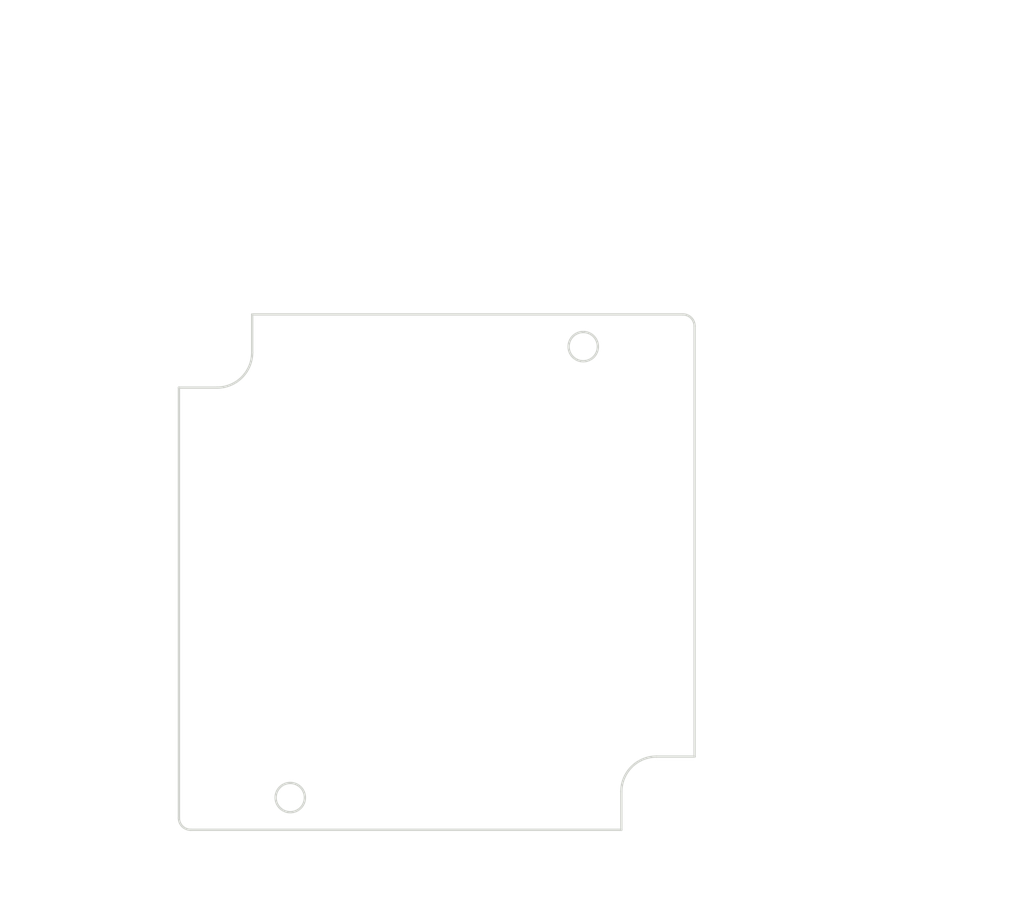
<source format=kicad_pcb>
(kicad_pcb (version 20221018) (generator pcbnew)

  (general
    (thickness 1.6)
  )

  (paper "A4")
  (layers
    (0 "F.Cu" signal)
    (31 "B.Cu" signal)
    (32 "B.Adhes" user "B.Adhesive")
    (33 "F.Adhes" user "F.Adhesive")
    (34 "B.Paste" user)
    (35 "F.Paste" user)
    (36 "B.SilkS" user "B.Silkscreen")
    (37 "F.SilkS" user "F.Silkscreen")
    (38 "B.Mask" user)
    (39 "F.Mask" user)
    (40 "Dwgs.User" user "User.Drawings")
    (41 "Cmts.User" user "User.Comments")
    (42 "Eco1.User" user "User.Eco1")
    (43 "Eco2.User" user "User.Eco2")
    (44 "Edge.Cuts" user)
    (45 "Margin" user)
    (46 "B.CrtYd" user "B.Courtyard")
    (47 "F.CrtYd" user "F.Courtyard")
    (48 "B.Fab" user)
    (49 "F.Fab" user)
  )

  (setup
    (pad_to_mask_clearance 0.051)
    (solder_mask_min_width 0.25)
    (pcbplotparams
      (layerselection 0x00010fc_ffffffff)
      (plot_on_all_layers_selection 0x0000000_00000000)
      (disableapertmacros false)
      (usegerberextensions false)
      (usegerberattributes false)
      (usegerberadvancedattributes false)
      (creategerberjobfile false)
      (dashed_line_dash_ratio 12.000000)
      (dashed_line_gap_ratio 3.000000)
      (svgprecision 4)
      (plotframeref false)
      (viasonmask false)
      (mode 1)
      (useauxorigin false)
      (hpglpennumber 1)
      (hpglpenspeed 20)
      (hpglpendiameter 15.000000)
      (dxfpolygonmode true)
      (dxfimperialunits true)
      (dxfusepcbnewfont true)
      (psnegative false)
      (psa4output false)
      (plotreference true)
      (plotvalue true)
      (plotinvisibletext false)
      (sketchpadsonfab false)
      (subtractmaskfromsilk false)
      (outputformat 1)
      (mirror false)
      (drillshape 1)
      (scaleselection 1)
      (outputdirectory "")
    )
  )

  (net 0 "")

  (gr_line (start 135.402012 123.507118) (end 135.927866 123.507118)
    (stroke (width 0.2) (type solid)) (layer "Dwgs.User") (tstamp 0f4d65e8-74de-435b-a5b2-c2c462d11d8e))
  (gr_line (start 158.402012 76.562606) (end 158.402012 67.025986)
    (stroke (width 0.2) (type solid)) (layer "Dwgs.User") (tstamp 13cf6236-4598-480d-a385-9bc14ea451a4))
  (gr_line (start 134.800396 82.197308) (end 132.800396 82.197308)
    (stroke (width 0.2) (type solid)) (layer "Dwgs.User") (tstamp 16574080-fcdd-4c60-bdcc-8068a70541f2))
  (gr_line (start 168.902012 112.562606) (end 186.579546 112.562606)
    (stroke (width 0.2) (type solid)) (layer "Dwgs.User") (tstamp 1739b121-b2cd-4640-9690-481c549f21a3))
  (gr_line (start 178.602629 85.534939) (end 176.602629 85.534939)
    (stroke (width 0.2) (type solid)) (layer "Dwgs.User") (tstamp 1da44a87-3729-4464-91cf-1c72f5e242ab))
  (gr_line (start 117.605669 122.881473) (end 119.605669 122.881473)
    (stroke (width 0.2) (type solid)) (layer "Dwgs.User") (tstamp 1dc252d1-0972-4dca-9cc5-0a8f6161e3e1))
  (gr_line (start 165.902012 58.812606) (end 153.3309 58.812606)
    (stroke (width 0.2) (type solid)) (layer "Dwgs.User") (tstamp 3364946d-a93e-41c8-aa0d-8b645f6954dd))
  (gr_line (start 132.800396 82.197308) (end 131.186572 81.015964)
    (stroke (width 0.2) (type solid)) (layer "Dwgs.User") (tstamp 3a4478fb-779a-4508-863e-6e2f93ccc057))
  (gr_line (start 156.402012 123.507118) (end 144.017088 123.507118)
    (stroke (width 0.2) (type solid)) (layer "Dwgs.User") (tstamp 409dfccd-626c-4076-af4d-fcef7246b583))
  (gr_line (start 159.402012 77.562606) (end 181.777629 77.562606)
    (stroke (width 0.2) (type solid)) (layer "Dwgs.User") (tstamp 4e676313-8b01-49e5-80b9-317437ef530d))
  (gr_line (start 132.402012 116.062606) (end 114.964471 116.062606)
    (stroke (width 0.2) (type solid)) (layer "Dwgs.User") (tstamp 51a374d4-ebaf-4c66-9dd5-d17a7f72dec9))
  (gr_line (start 165.902012 70.200986) (end 160.402012 70.200986)
    (stroke (width 0.2) (type solid)) (layer "Dwgs.User") (tstamp 55a654ed-bd9c-4ba3-9343-504d47cb0c6e))
  (gr_line (start 119.605669 122.881473) (end 122.734659 119.886872)
    (stroke (width 0.2) (type solid)) (layer "Dwgs.User") (tstamp 638e4b89-4db5-40f2-b6e6-eb8c78ff0b37))
  (gr_line (start 157.402012 77.562606) (end 114.964471 77.562606)
    (stroke (width 0.2) (type solid)) (layer "Dwgs.User") (tstamp 655df392-ab3c-47a2-8b71-596a54bc9163))
  (gr_line (start 191.998876 116.812606) (end 191.998876 96.237102)
    (stroke (width 0.2) (type solid)) (layer "Dwgs.User") (tstamp 6da4c1b3-5bd1-44e1-bf36-6d764d812153))
  (gr_line (start 162.652012 118.812606) (end 195.173876 118.812606)
    (stroke (width 0.2) (type solid)) (layer "Dwgs.User") (tstamp 71a081df-61dd-4015-a575-fe667691d8df))
  (gr_line (start 118.139471 114.062606) (end 118.139471 92.870621)
    (stroke (width 0.2) (type solid)) (layer "Dwgs.User") (tstamp 742c24eb-0047-497f-a922-9086025b19c4))
  (gr_line (start 130.152012 73.812606) (end 130.152012 55.637606)
    (stroke (width 0.2) (type solid)) (layer "Dwgs.User") (tstamp 8e6a769e-827a-457a-b34d-6870d6333cc0))
  (gr_line (start 132.152012 58.812606) (end 145.223124 58.812606)
    (stroke (width 0.2) (type solid)) (layer "Dwgs.User") (tstamp 928271fe-4403-4fda-aa95-470fed5ea608))
  (gr_line (start 167.902012 74.812606) (end 167.902012 67.025986)
    (stroke (width 0.2) (type solid)) (layer "Dwgs.User") (tstamp 93e8b774-5c18-453c-b43d-b59d81e263c0))
  (gr_line (start 158.402012 70.200986) (end 155.920786 70.200986)
    (stroke (width 0.2) (type solid)) (layer "Dwgs.User") (tstamp 955188e5-f2c8-408c-b010-0649f2f92747))
  (gr_line (start 191.998876 76.812606) (end 191.998876 89.122231)
    (stroke (width 0.2) (type solid)) (layer "Dwgs.User") (tstamp 9770d95d-af29-423c-a10d-9fb3bec856d5))
  (gr_line (start 167.902012 74.812606) (end 195.173876 74.812606)
    (stroke (width 0.2) (type solid)) (layer "Dwgs.User") (tstamp 9fb0a7fa-deda-4277-b89e-c839a5dc2500))
  (gr_line (start 133.402012 117.062606) (end 133.402012 126.682118)
    (stroke (width 0.2) (type solid)) (layer "Dwgs.User") (tstamp a6719740-fad7-462b-8545-3dfeed9ad879))
  (gr_line (start 158.402012 78.562606) (end 158.402012 126.682118)
    (stroke (width 0.2) (type solid)) (layer "Dwgs.User") (tstamp a73458d6-b155-45a2-829b-b4b5492c3980))
  (gr_line (start 167.902012 74.812606) (end 181.777629 74.812606)
    (stroke (width 0.2) (type solid)) (layer "Dwgs.User") (tstamp a98d41f1-f47b-40fe-994f-9813f6c2cbaf))
  (gr_line (start 125.902012 51.244972) (end 148.924008 51.244972)
    (stroke (width 0.2) (type solid)) (layer "Dwgs.User") (tstamp ab72fc60-b868-4431-bb0e-ef59211b94e7))
  (gr_line (start 165.902012 51.244972) (end 157.013231 51.244972)
    (stroke (width 0.2) (type solid)) (layer "Dwgs.User") (tstamp baf3416c-d2de-4233-8bf4-405036beed52))
  (gr_line (start 167.902012 74.812606) (end 167.902012 48.069972)
    (stroke (width 0.2) (type solid)) (layer "Dwgs.User") (tstamp bc19adab-3f68-40cc-ad10-a9bb8b3a2322))
  (gr_line (start 178.602629 79.562606) (end 178.602629 85.534939)
    (stroke (width 0.2) (type solid)) (layer "Dwgs.User") (tstamp bc7e495d-c691-4291-95e4-2a43603da8b7))
  (gr_line (start 123.902012 80.062606) (end 123.902012 48.069972)
    (stroke (width 0.2) (type solid)) (layer "Dwgs.User") (tstamp c09a9353-37d1-474e-956d-9659f293157f))
  (gr_line (start 167.902012 74.812606) (end 186.579546 74.812606)
    (stroke (width 0.2) (type solid)) (layer "Dwgs.User") (tstamp da4adcf6-2ad5-410c-8b63-41bc432e4dc9))
  (gr_line (start 118.139471 79.562606) (end 118.139471 85.754591)
    (stroke (width 0.2) (type solid)) (layer "Dwgs.User") (tstamp dc918ec1-37ac-40b2-8f79-5e14ba145786))
  (gr_line (start 183.404546 76.812606) (end 183.404546 82.629591)
    (stroke (width 0.2) (type solid)) (layer "Dwgs.User") (tstamp e0fbfa72-f31f-4574-a673-cd7f7a99224c))
  (gr_line (start 183.404546 110.562606) (end 183.404546 89.745621)
    (stroke (width 0.2) (type solid)) (layer "Dwgs.User") (tstamp ebadc6b0-f88f-4b3b-922e-4d06ce3e696d))
  (gr_line (start 178.602629 72.812606) (end 178.602629 70.812606)
    (stroke (width 0.2) (type solid)) (layer "Dwgs.User") (tstamp f463724a-2607-4ca5-bfa5-d30a8be564b9))
  (gr_line (start 167.902012 74.812606) (end 167.902012 55.637606)
    (stroke (width 0.2) (type solid)) (layer "Dwgs.User") (tstamp fd6a50fa-b12d-45a3-8887-03bfa622b100))
  (gr_line (start 161.652012 118.812606) (end 124.902012 118.812606)
    (stroke (width 0.2) (type solid)) (layer "Edge.Cuts") (tstamp 22d2de51-6ccf-4677-9872-31f3158862d8))
  (gr_arc (start 161.652012 115.562606) (mid 162.530692 113.441286) (end 164.652012 112.562606)
    (stroke (width 0.2) (type solid)) (layer "Edge.Cuts") (tstamp 234fe991-e42d-4a91-9c48-d09c2312b895))
  (gr_arc (start 130.152012 78.062606) (mid 129.273332 80.183926) (end 127.152012 81.062606)
    (stroke (width 0.2) (type solid)) (layer "Edge.Cuts") (tstamp 4b7214e7-13b5-48a3-a6bb-4896513eca71))
  (gr_line (start 167.902012 112.562606) (end 164.652012 112.562606)
    (stroke (width 0.2) (type solid)) (layer "Edge.Cuts") (tstamp 52bdfa1d-2b3a-41d5-b454-f182724f7011))
  (gr_line (start 123.902012 81.062606) (end 127.152012 81.062606)
    (stroke (width 0.2) (type solid)) (layer "Edge.Cuts") (tstamp 6429e910-9548-4dc9-9675-ea35950acf33))
  (gr_circle (center 158.402012 77.562606) (end 159.652012 77.562606)
    (stroke (width 0.2) (type solid)) (fill none) (layer "Edge.Cuts") (tstamp 7416f396-df7f-4014-a5ce-e49871489c7a))
  (gr_line (start 130.152012 78.062606) (end 130.152012 74.812606)
    (stroke (width 0.2) (type solid)) (layer "Edge.Cuts") (tstamp 7ab91421-7237-4b5e-ad9d-0d870ca74679))
  (gr_line (start 161.652012 115.562606) (end 161.652012 118.812606)
    (stroke (width 0.2) (type solid)) (layer "Edge.Cuts") (tstamp a0b068da-d34e-49fc-81fa-c0690c21083c))
  (gr_arc (start 166.902012 74.812606) (mid 167.609119 75.105499) (end 167.902012 75.812606)
    (stroke (width 0.2) (type solid)) (layer "Edge.Cuts") (tstamp bf55587e-ae75-4801-bc10-283ff972c53a))
  (gr_line (start 167.902012 75.812606) (end 167.902012 112.562606)
    (stroke (width 0.2) (type solid)) (layer "Edge.Cuts") (tstamp f0d7fbb7-3435-46bf-b775-53e6521bc376))
  (gr_arc (start 124.902012 118.812606) (mid 124.194905 118.519713) (end 123.902012 117.812606)
    (stroke (width 0.2) (type solid)) (layer "Edge.Cuts") (tstamp f23514c4-7cfa-4397-b49e-1898d7eeaf51))
  (gr_circle (center 133.402012 116.062606) (end 134.652012 116.062606)
    (stroke (width 0.2) (type solid)) (fill none) (layer "Edge.Cuts") (tstamp f3a70e61-c8db-4a92-a188-61e06bec9928))
  (gr_line (start 130.152012 74.812606) (end 166.902012 74.812606)
    (stroke (width 0.2) (type solid)) (layer "Edge.Cuts") (tstamp f6a52f1f-a866-407e-8786-8cd2ad3dc5ea))
  (gr_line (start 123.902012 117.812606) (end 123.902012 81.062606)
    (stroke (width 0.2) (type solid)) (layer "Edge.Cuts") (tstamp f8960075-ecfb-4593-86ef-4eacf2d8a5cc))
  (gr_text "[R0.12]" (at 139.271167 84.086769) (layer "Dwgs.User") (tstamp 0d92f32a-7632-45f0-9557-b04c122ca7e1)
    (effects (font (size 1.7 1.53) (thickness 0.2125)))
  )
  (gr_text " 37.75" (at 183.404546 84.519052) (layer "Dwgs.User") (tstamp 120c9e8d-15bc-434f-98a9-3c11737a2e93)
    (effects (font (size 1.7 1.53) (thickness 0.2125)))
  )
  (gr_text "[.98]" (at 139.972477 125.396579) (layer "Dwgs.User") (tstamp 17598051-97ee-4a26-99d8-708910d462f4)
    (effects (font (size 1.7 1.53) (thickness 0.2125)))
  )
  (gr_text "[R0.04]" (at 113.134898 124.770934) (layer "Dwgs.User") (tstamp 19a8c09a-a756-4010-bf39-a74299f15b0a)
    (effects (font (size 1.7 1.53) (thickness 0.2125)))
  )
  (gr_text " 37.75" (at 149.277012 57.144052) (layer "Dwgs.User") (tstamp 2f9f0c5f-23d4-43cb-be95-0e370863299b)
    (effects (font (size 1.7 1.53) (thickness 0.2125)))
  )
  (gr_text "[.37]" (at 152.536577 72.090448) (layer "Dwgs.User") (tstamp 3486b5d5-def3-42f3-8329-03b82cf54d7a)
    (effects (font (size 1.7 1.53) (thickness 0.2125)))
  )
  (gr_text "[1.73]" (at 152.968619 53.134433) (layer "Dwgs.User") (tstamp 3a857521-638d-47b3-8e8b-560a39589229)
    (effects (font (size 1.7 1.53) (thickness 0.2125)))
  )
  (gr_text " 44.00" (at 191.998876 91.011692) (layer "Dwgs.User") (tstamp 459aa3bd-f79f-4cf7-8cef-adc4bca09d7c)
    (effects (font (size 1.7 1.53) (thickness 0.2125)))
  )
  (gr_text " 9.50" (at 152.536577 68.533012) (layer "Dwgs.User") (tstamp 4e9793f8-a8f8-4904-8b0b-f32670b03a0a)
    (effects (font (size 1.7 1.53) (thickness 0.2125)))
  )
  (gr_text " 25.00" (at 139.972477 121.839144) (layer "Dwgs.User") (tstamp 5082c0a3-b9f2-4134-ae50-64ac94f40b5c)
    (effects (font (size 1.7 1.53) (thickness 0.2125)))
  )
  (gr_text " 44.00" (at 152.968619 49.576998) (layer "Dwgs.User") (tstamp 5ad8af91-2866-4c64-9568-6a7f22838481)
    (effects (font (size 1.7 1.53) (thickness 0.2125)))
  )
  (gr_text "[1.49]" (at 149.277012 60.702067) (layer "Dwgs.User") (tstamp 5e136923-18a9-4195-b822-2382f39569fe)
    (effects (font (size 1.7 1.53) (thickness 0.2125)))
  )
  (gr_text " R1.00" (at 113.134898 121.213499) (layer "Dwgs.User") (tstamp 8207ecf0-4a1e-4da1-a9f1-75353215e3e0)
    (effects (font (size 1.7 1.53) (thickness 0.2125)))
  )
  (gr_text " 38.50" (at 118.139471 87.644052) (layer "Dwgs.User") (tstamp 9388b6b7-dabb-4adb-9bbc-10912c94aa9e)
    (effects (font (size 1.7 1.53) (thickness 0.2125)))
  )
  (gr_text "[1.52]" (at 118.139471 91.202067) (layer "Dwgs.User") (tstamp 9a1ce5c2-ca2f-491e-94a4-b12bcd363fb5)
    (effects (font (size 1.7 1.53) (thickness 0.2125)))
  )
  (gr_text " 2.75" (at 173.209144 83.866964) (layer "Dwgs.User") (tstamp a4d5ea32-d50c-491d-8a62-fbf5e15fee6a)
    (effects (font (size 1.7 1.53) (thickness 0.2125)))
  )
  (gr_text "[.11]" (at 173.209144 87.4244) (layer "Dwgs.User") (tstamp b47c7b33-c0ae-4c7a-b8fc-1d87e21fe189)
    (effects (font (size 1.7 1.53) (thickness 0.2125)))
  )
  (gr_text "[1.49]" (at 183.404546 88.077067) (layer "Dwgs.User") (tstamp cd9d024b-31e6-49fa-8f68-78f91adf64a2)
    (effects (font (size 1.7 1.53) (thickness 0.2125)))
  )
  (gr_text "[1.73]" (at 191.998876 94.569128) (layer "Dwgs.User") (tstamp e2a55e89-419e-4307-a491-988daecd477b)
    (effects (font (size 1.7 1.53) (thickness 0.2125)))
  )
  (gr_text " R3.00" (at 139.271167 80.528754) (layer "Dwgs.User") (tstamp e895feec-cb44-4912-b712-f9644e19bcd4)
    (effects (font (size 1.7 1.53) (thickness 0.2125)))
  )

)

</source>
